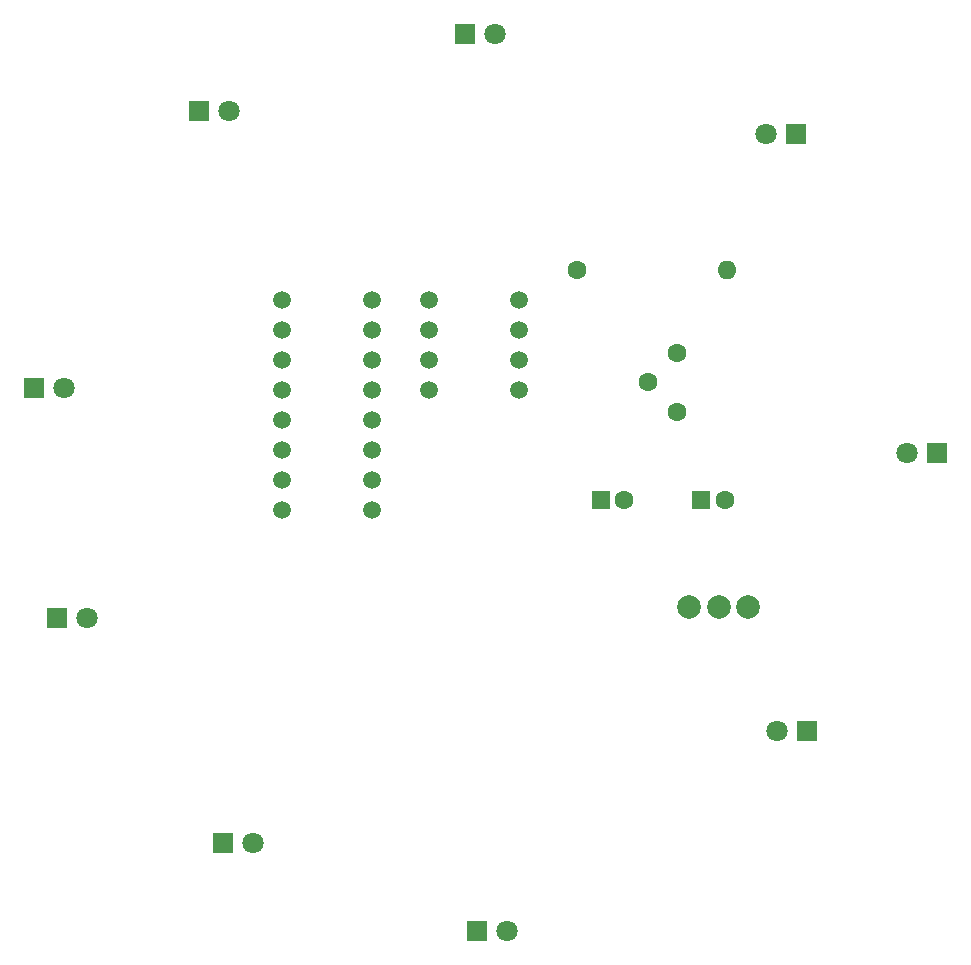
<source format=gbr>
%TF.GenerationSoftware,KiCad,Pcbnew,(5.1.10)-1*%
%TF.CreationDate,2022-08-20T19:00:17-07:00*%
%TF.ProjectId,IEEE_PCB_1,49454545-5f50-4434-925f-312e6b696361,1*%
%TF.SameCoordinates,Original*%
%TF.FileFunction,Soldermask,Top*%
%TF.FilePolarity,Negative*%
%FSLAX46Y46*%
G04 Gerber Fmt 4.6, Leading zero omitted, Abs format (unit mm)*
G04 Created by KiCad (PCBNEW (5.1.10)-1) date 2022-08-20 19:00:17*
%MOMM*%
%LPD*%
G01*
G04 APERTURE LIST*
%ADD10C,1.600000*%
%ADD11R,1.600000X1.600000*%
%ADD12C,1.800000*%
%ADD13R,1.800000X1.800000*%
%ADD14O,1.600000X1.600000*%
%ADD15C,1.500000*%
%ADD16C,2.000000*%
G04 APERTURE END LIST*
D10*
%TO.C,C1*%
X150500000Y-108000000D03*
D11*
X148500000Y-108000000D03*
%TD*%
%TO.C,C2*%
X157000000Y-108000000D03*
D10*
X159000000Y-108000000D03*
%TD*%
D12*
%TO.C,D1*%
X162460000Y-77000000D03*
D13*
X165000000Y-77000000D03*
%TD*%
%TO.C,D2*%
X114500000Y-75000000D03*
D12*
X117040000Y-75000000D03*
%TD*%
%TO.C,D3*%
X139540000Y-68500000D03*
D13*
X137000000Y-68500000D03*
%TD*%
%TO.C,D4*%
X100500000Y-98500000D03*
D12*
X103040000Y-98500000D03*
%TD*%
%TO.C,D5*%
X174460000Y-104000000D03*
D13*
X177000000Y-104000000D03*
%TD*%
%TO.C,D6*%
X102500000Y-118000000D03*
D12*
X105040000Y-118000000D03*
%TD*%
%TO.C,D7*%
X140540000Y-144500000D03*
D13*
X138000000Y-144500000D03*
%TD*%
%TO.C,D8*%
X116500000Y-137000000D03*
D12*
X119040000Y-137000000D03*
%TD*%
D13*
%TO.C,D9*%
X166000000Y-127500000D03*
D12*
X163460000Y-127500000D03*
%TD*%
D10*
%TO.C,R1*%
X146500000Y-88500000D03*
D14*
X159200000Y-88500000D03*
%TD*%
D10*
%TO.C,RV1*%
X155000000Y-100500000D03*
X152500000Y-98000000D03*
X155000000Y-95500000D03*
%TD*%
D15*
%TO.C,U1*%
X134000000Y-91000000D03*
X134000000Y-93540000D03*
X134000000Y-96080000D03*
X134000000Y-98620000D03*
X141620000Y-91000000D03*
X141620000Y-98620000D03*
X141620000Y-96080000D03*
X141620000Y-93540000D03*
%TD*%
%TO.C,U2*%
X121500000Y-91000000D03*
X121500000Y-93540000D03*
X121500000Y-96080000D03*
X121500000Y-98620000D03*
X121500000Y-101160000D03*
X121500000Y-103700000D03*
X121500000Y-106240000D03*
X121500000Y-108780000D03*
X129120000Y-106240000D03*
X129120000Y-108780000D03*
X129120000Y-103700000D03*
X129120000Y-96080000D03*
X129120000Y-101160000D03*
X129120000Y-91000000D03*
X129120000Y-98620000D03*
X129120000Y-93540000D03*
%TD*%
D16*
%TO.C,U3*%
X158500000Y-117000000D03*
X161000000Y-117000000D03*
X156000000Y-117000000D03*
%TD*%
M02*

</source>
